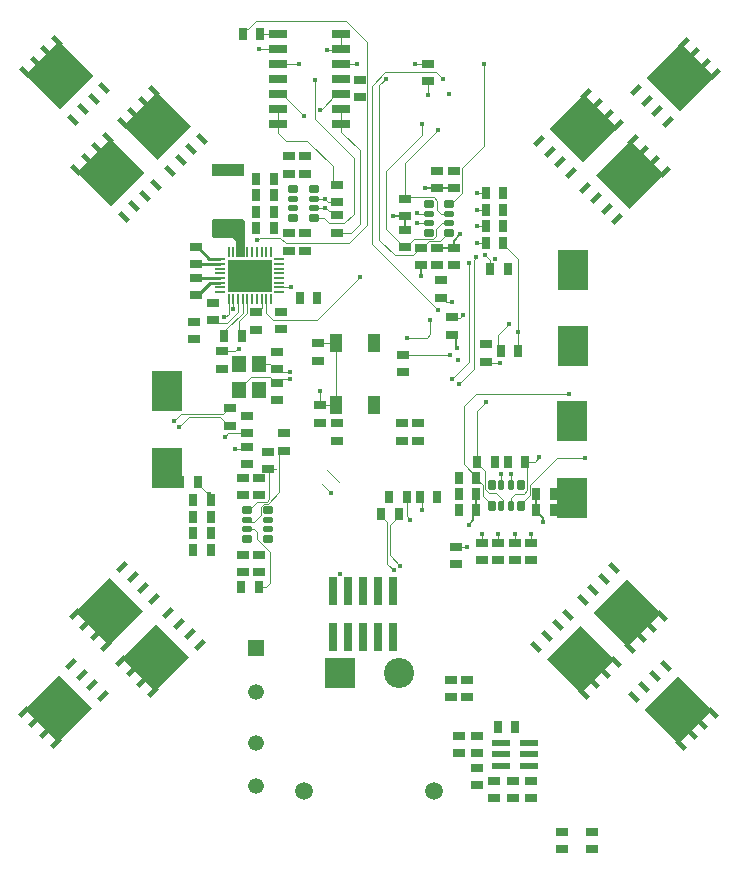
<source format=gbl>
G04*
G04 #@! TF.GenerationSoftware,Altium Limited,Altium Designer,25.8.1 (18)*
G04*
G04 Layer_Physical_Order=4*
G04 Layer_Color=16711680*
%FSLAX44Y44*%
%MOMM*%
G71*
G04*
G04 #@! TF.SameCoordinates,A8D3B3E1-CBBC-48C7-8EAF-3341E4FBDCCF*
G04*
G04*
G04 #@! TF.FilePolarity,Positive*
G04*
G01*
G75*
%ADD11C,0.2000*%
%ADD12C,0.2540*%
%ADD22R,0.9061X0.1925*%
%ADD23R,1.0000X0.8000*%
%ADD24R,1.5000X0.6500*%
%ADD25R,0.1925X0.9061*%
%ADD26R,0.8000X1.0000*%
%ADD27R,2.6700X1.0700*%
%ADD30R,0.7600X2.4000*%
%ADD31R,2.5000X3.5000*%
G04:AMPARAMS|DCode=33|XSize=0.9mm|YSize=0.61mm|CornerRadius=0.1525mm|HoleSize=0mm|Usage=FLASHONLY|Rotation=0.000|XOffset=0mm|YOffset=0mm|HoleType=Round|Shape=RoundedRectangle|*
%AMROUNDEDRECTD33*
21,1,0.9000,0.3050,0,0,0.0*
21,1,0.5950,0.6100,0,0,0.0*
1,1,0.3050,0.2975,-0.1525*
1,1,0.3050,-0.2975,-0.1525*
1,1,0.3050,-0.2975,0.1525*
1,1,0.3050,0.2975,0.1525*
%
%ADD33ROUNDEDRECTD33*%
G04:AMPARAMS|DCode=34|XSize=0.9mm|YSize=0.53mm|CornerRadius=0.1325mm|HoleSize=0mm|Usage=FLASHONLY|Rotation=0.000|XOffset=0mm|YOffset=0mm|HoleType=Round|Shape=RoundedRectangle|*
%AMROUNDEDRECTD34*
21,1,0.9000,0.2650,0,0,0.0*
21,1,0.6350,0.5300,0,0,0.0*
1,1,0.2650,0.3175,-0.1325*
1,1,0.2650,-0.3175,-0.1325*
1,1,0.2650,-0.3175,0.1325*
1,1,0.2650,0.3175,0.1325*
%
%ADD34ROUNDEDRECTD34*%
G04:AMPARAMS|DCode=36|XSize=1.016mm|YSize=0.4572mm|CornerRadius=0mm|HoleSize=0mm|Usage=FLASHONLY|Rotation=225.000|XOffset=0mm|YOffset=0mm|HoleType=Round|Shape=Rectangle|*
%AMROTATEDRECTD36*
4,1,4,0.1976,0.5209,0.5209,0.1976,-0.1976,-0.5209,-0.5209,-0.1976,0.1976,0.5209,0.0*
%
%ADD36ROTATEDRECTD36*%

G04:AMPARAMS|DCode=38|XSize=1.016mm|YSize=0.4572mm|CornerRadius=0mm|HoleSize=0mm|Usage=FLASHONLY|Rotation=135.000|XOffset=0mm|YOffset=0mm|HoleType=Round|Shape=Rectangle|*
%AMROTATEDRECTD38*
4,1,4,0.5209,-0.1976,0.1976,-0.5209,-0.5209,0.1976,-0.1976,0.5209,0.5209,-0.1976,0.0*
%
%ADD38ROTATEDRECTD38*%

G04:AMPARAMS|DCode=41|XSize=0.9mm|YSize=0.61mm|CornerRadius=0.1525mm|HoleSize=0mm|Usage=FLASHONLY|Rotation=90.000|XOffset=0mm|YOffset=0mm|HoleType=Round|Shape=RoundedRectangle|*
%AMROUNDEDRECTD41*
21,1,0.9000,0.3050,0,0,90.0*
21,1,0.5950,0.6100,0,0,90.0*
1,1,0.3050,0.1525,0.2975*
1,1,0.3050,0.1525,-0.2975*
1,1,0.3050,-0.1525,-0.2975*
1,1,0.3050,-0.1525,0.2975*
%
%ADD41ROUNDEDRECTD41*%
G04:AMPARAMS|DCode=42|XSize=0.9mm|YSize=0.53mm|CornerRadius=0.1325mm|HoleSize=0mm|Usage=FLASHONLY|Rotation=90.000|XOffset=0mm|YOffset=0mm|HoleType=Round|Shape=RoundedRectangle|*
%AMROUNDEDRECTD42*
21,1,0.9000,0.2650,0,0,90.0*
21,1,0.6350,0.5300,0,0,90.0*
1,1,0.2650,0.1325,0.3175*
1,1,0.2650,0.1325,-0.3175*
1,1,0.2650,-0.1325,-0.3175*
1,1,0.2650,-0.1325,0.3175*
%
%ADD42ROUNDEDRECTD42*%
%ADD49R,3.8000X2.8000*%
%ADD69P,0.1796X4X270.0*%
%ADD70P,0.1796X4X180.0*%
%ADD71C,0.1000*%
%ADD72C,2.5500*%
%ADD73C,1.3370*%
%ADD74R,1.3370X1.3370*%
%ADD75R,2.5500X2.5500*%
%ADD76C,1.5080*%
%ADD77C,0.4500*%
%ADD78R,1.5748X0.5588*%
%ADD79R,1.0000X1.5500*%
%ADD80R,1.2000X1.4000*%
G36*
X-191380Y-184216D02*
X-220297Y-213132D01*
X-248674Y-184754D01*
X-219758Y-155838D01*
X-191380Y-184216D01*
D02*
G37*
G36*
X-152126Y-223470D02*
X-181042Y-252386D01*
X-209420Y-224009D01*
X-180504Y-195092D01*
X-152126Y-223470D01*
D02*
G37*
G36*
X-234375Y-266704D02*
X-263291Y-295621D01*
X-291669Y-267243D01*
X-262752Y-238327D01*
X-234375Y-266704D01*
D02*
G37*
G36*
X247264Y-186191D02*
X218887Y-214569D01*
X189970Y-185652D01*
X218348Y-157275D01*
X247264Y-186191D01*
D02*
G37*
G36*
X208010Y-225445D02*
X179632Y-253823D01*
X150716Y-224906D01*
X179093Y-196529D01*
X208010Y-225445D01*
D02*
G37*
G36*
X290499Y-268440D02*
X262121Y-296817D01*
X233205Y-267901D01*
X261582Y-239523D01*
X290499Y-268440D01*
D02*
G37*
G36*
X-233225Y269111D02*
X-261603Y240733D01*
X-290520Y269650D01*
X-262142Y298027D01*
X-233225Y269111D01*
D02*
G37*
G36*
X-150737Y226117D02*
X-179114Y197739D01*
X-208030Y226655D01*
X-179653Y255033D01*
X-150737Y226117D01*
D02*
G37*
G36*
X-189991Y186863D02*
X-218368Y158485D01*
X-247285Y187401D01*
X-218907Y215779D01*
X-189991Y186863D01*
D02*
G37*
G36*
X-105719Y146963D02*
X-105147Y146391D01*
X-104838Y145644D01*
Y145240D01*
Y125335D01*
X-104990D01*
Y115918D01*
X-105031Y115819D01*
X-105389Y115461D01*
X-105855Y115268D01*
X-111949D01*
X-112415Y115461D01*
X-112773Y115819D01*
X-112966Y116285D01*
Y116538D01*
Y127460D01*
X-113039Y128203D01*
X-113608Y129577D01*
X-114659Y130628D01*
X-116033Y131197D01*
X-116776Y131270D01*
X-129623D01*
X-131304Y131966D01*
X-132590Y133252D01*
X-133286Y134933D01*
Y135842D01*
Y145748D01*
Y146051D01*
X-133054Y146611D01*
X-132625Y147040D01*
X-132065Y147272D01*
X-106466D01*
X-105719Y146963D01*
D02*
G37*
G36*
X292499Y267963D02*
X263583Y239047D01*
X235205Y267424D01*
X264121Y296341D01*
X292499Y267963D01*
D02*
G37*
G36*
X210251Y224729D02*
X181334Y195812D01*
X152957Y224190D01*
X181873Y253106D01*
X210251Y224729D01*
D02*
G37*
G36*
X249505Y185474D02*
X220588Y156558D01*
X192211Y184935D01*
X221127Y213852D01*
X249505Y185474D01*
D02*
G37*
D11*
X71628Y129286D02*
X77216Y134874D01*
X73850Y39587D02*
X74660Y38777D01*
X73850Y39587D02*
Y46800D01*
X74660Y38100D02*
Y38777D01*
X147066Y-108966D02*
Y-105419D01*
X141492Y-99845D02*
X147066Y-105419D01*
X90914Y-98845D02*
Y-85129D01*
X141492Y-99845D02*
Y-98845D01*
Y-85129D01*
X87914Y-107412D02*
Y-101845D01*
X90914Y-98845D01*
X84328Y-110998D02*
X87914Y-107412D01*
X57912Y173736D02*
X71628D01*
X46990D02*
X57912D01*
X71628Y123158D02*
Y129286D01*
X57912Y123158D02*
X71628D01*
X30226Y150114D02*
X30480Y149860D01*
Y138652D02*
Y149860D01*
X44196Y99060D02*
Y108458D01*
X20320Y150114D02*
X30226D01*
X70850Y49800D02*
X73850Y46800D01*
X69850Y49800D02*
X70850D01*
D12*
X-135142Y113774D02*
X-126058D01*
X-145240Y123872D02*
X-135142Y113774D01*
X-144938Y97980D02*
X-144700Y97742D01*
X-126090D01*
X-146240Y97980D02*
X-144938D01*
X-134746Y93774D02*
X-126058D01*
X-145240Y83280D02*
X-134746Y93774D01*
X-145638Y109774D02*
X-126058D01*
D22*
Y89774D02*
D03*
Y101774D02*
D03*
Y85774D02*
D03*
Y105774D02*
D03*
Y113774D02*
D03*
Y97774D02*
D03*
X-75998Y85774D02*
D03*
Y89774D02*
D03*
Y93774D02*
D03*
Y97774D02*
D03*
Y101774D02*
D03*
Y105774D02*
D03*
Y109774D02*
D03*
Y113774D02*
D03*
X-126058Y109774D02*
D03*
Y93774D02*
D03*
D23*
X-72136Y-48514D02*
D03*
Y-33814D02*
D03*
X-92952Y-136478D02*
D03*
X-85344Y-49292D02*
D03*
X-92952Y-85900D02*
D03*
X-103326Y-19174D02*
D03*
X-106668Y-136478D02*
D03*
Y-85900D02*
D03*
X188976Y-386064D02*
D03*
X163576Y-386064D02*
D03*
X121570Y-342630D02*
D03*
X137160D02*
D03*
X105918Y-342630D02*
D03*
X91186Y-331540D02*
D03*
X83312Y-257286D02*
D03*
X57912Y173736D02*
D03*
X71628D02*
D03*
X30480Y149860D02*
D03*
X-8048Y250800D02*
D03*
X57912Y123158D02*
D03*
X71628D02*
D03*
X44196Y108458D02*
D03*
X30480Y138652D02*
D03*
X-132524Y76644D02*
D03*
X-148526Y60642D02*
D03*
X69850Y49800D02*
D03*
X41132Y-25162D02*
D03*
X28956Y18050D02*
D03*
X28178Y-25162D02*
D03*
X73166Y-144549D02*
D03*
X76454Y-304598D02*
D03*
X69342Y-257286D02*
D03*
X-74930Y54626D02*
D03*
X-78000Y35274D02*
D03*
X-42926Y27702D02*
D03*
X-124206Y21098D02*
D03*
X-27500Y-25162D02*
D03*
X-78000Y-5556D02*
D03*
X-103326Y-59766D02*
D03*
Y-45066D02*
D03*
X-106668Y-71200D02*
D03*
X-85344Y-63992D02*
D03*
X-117765Y-12556D02*
D03*
Y-27256D02*
D03*
X-103326Y-33874D02*
D03*
X-106668Y-151178D02*
D03*
X-92952D02*
D03*
Y-71200D02*
D03*
X-146240Y123872D02*
D03*
X137160Y-327930D02*
D03*
X121570Y-327930D02*
D03*
X105918Y-327930D02*
D03*
X-146240Y97980D02*
D03*
Y109172D02*
D03*
Y83280D02*
D03*
X-8048Y265500D02*
D03*
X-68008Y186134D02*
D03*
Y200834D02*
D03*
X-54292Y135572D02*
D03*
Y120872D02*
D03*
Y186150D02*
D03*
Y200850D02*
D03*
X-68008Y135556D02*
D03*
Y120856D02*
D03*
X-26844Y162170D02*
D03*
Y176870D02*
D03*
Y150946D02*
D03*
Y136246D02*
D03*
X-124206Y35798D02*
D03*
X-95440Y54086D02*
D03*
Y68786D02*
D03*
X-132524Y61944D02*
D03*
X-74930Y69326D02*
D03*
X-148526Y45942D02*
D03*
X61214Y95742D02*
D03*
X137158Y-140993D02*
D03*
X83312Y-242586D02*
D03*
X91186Y-289932D02*
D03*
X69342Y-242586D02*
D03*
X76454Y-289898D02*
D03*
X41132Y-39862D02*
D03*
X-27500Y-39862D02*
D03*
X-41910Y-24876D02*
D03*
X137158Y-126293D02*
D03*
X123188Y-140993D02*
D03*
Y-126293D02*
D03*
X95248Y-140993D02*
D03*
Y-126293D02*
D03*
X109218Y-140993D02*
D03*
Y-126293D02*
D03*
X73166Y-129849D02*
D03*
X28178Y-39862D02*
D03*
X188976Y-371364D02*
D03*
X163576D02*
D03*
X30480Y123952D02*
D03*
X61214Y81042D02*
D03*
X69850Y64500D02*
D03*
X99060Y41640D02*
D03*
Y26940D02*
D03*
X28956Y32750D02*
D03*
X-78000Y20574D02*
D03*
X-42926Y42402D02*
D03*
X-78000Y9144D02*
D03*
X91186Y-304632D02*
D03*
Y-316840D02*
D03*
X-41910Y-10176D02*
D03*
X49618Y278960D02*
D03*
X49618Y264260D02*
D03*
X30480Y164560D02*
D03*
X44196Y123158D02*
D03*
X71628Y188436D02*
D03*
X57912D02*
D03*
Y108458D02*
D03*
X71628Y108458D02*
D03*
D24*
X-77402Y265974D02*
D03*
Y304074D02*
D03*
Y291374D02*
D03*
Y253274D02*
D03*
Y240574D02*
D03*
Y227874D02*
D03*
X-23402D02*
D03*
Y240574D02*
D03*
Y253274D02*
D03*
Y278674D02*
D03*
Y291374D02*
D03*
Y304074D02*
D03*
Y265974D02*
D03*
X-77402Y278674D02*
D03*
D25*
X-95028Y119804D02*
D03*
Y79744D02*
D03*
X-103028Y119804D02*
D03*
X-119028D02*
D03*
X-115028D02*
D03*
X-99028Y79744D02*
D03*
X-119028D02*
D03*
X-107028Y119804D02*
D03*
X-111028D02*
D03*
X-83028D02*
D03*
X-87028D02*
D03*
X-91028D02*
D03*
X-99028D02*
D03*
X-115028Y79744D02*
D03*
X-111028D02*
D03*
X-107028D02*
D03*
X-103028D02*
D03*
X-91028D02*
D03*
X-87028D02*
D03*
X-83028D02*
D03*
D26*
X-108188Y-163830D02*
D03*
X117332Y105410D02*
D03*
X-159952Y-75292D02*
D03*
X141492Y-85129D02*
D03*
X117616Y-57697D02*
D03*
X106408D02*
D03*
X141492Y-98845D02*
D03*
X90914Y-85129D02*
D03*
X76214Y-71413D02*
D03*
X90914Y-98845D02*
D03*
X-44212Y80772D02*
D03*
X17048Y-87923D02*
D03*
X-148816Y-118174D02*
D03*
X-134116D02*
D03*
X-148816Y-90234D02*
D03*
X-134116D02*
D03*
X-148816Y-104204D02*
D03*
X-134116D02*
D03*
X-145252Y-75292D02*
D03*
X-134116Y-132144D02*
D03*
X-148816D02*
D03*
X-93488Y-163830D02*
D03*
X-58912Y80772D02*
D03*
X-95424Y153860D02*
D03*
X-80724D02*
D03*
X-95408Y167830D02*
D03*
X-80708D02*
D03*
X-95424Y181800D02*
D03*
X-80724D02*
D03*
X-95424Y139890D02*
D03*
X-80724D02*
D03*
X-92154Y304074D02*
D03*
X-106854D02*
D03*
X-122602Y48466D02*
D03*
X-107902D02*
D03*
X113776Y169402D02*
D03*
X57640Y-87923D02*
D03*
X10430Y-102362D02*
D03*
X25130D02*
D03*
X156192Y-85129D02*
D03*
X90914Y-71413D02*
D03*
X76214Y-85129D02*
D03*
X132316Y-57697D02*
D03*
X91708D02*
D03*
X76214Y-98845D02*
D03*
X156192D02*
D03*
X42940Y-87923D02*
D03*
X31748D02*
D03*
X113776Y141462D02*
D03*
X113776Y155432D02*
D03*
X113776Y127492D02*
D03*
X126222Y36068D02*
D03*
X111522D02*
D03*
X102632Y105410D02*
D03*
X99076Y155432D02*
D03*
Y127492D02*
D03*
X99076Y141462D02*
D03*
X123936Y-282194D02*
D03*
X109236D02*
D03*
X99076Y169402D02*
D03*
D27*
X-119316Y188776D02*
D03*
Y141176D02*
D03*
D30*
X7657Y-206488D02*
D03*
X-5043Y-206488D02*
D03*
X-30443Y-206488D02*
D03*
X20357Y-206488D02*
D03*
Y-167488D02*
D03*
X7657Y-167488D02*
D03*
X-5043D02*
D03*
X-17743Y-206488D02*
D03*
Y-167488D02*
D03*
X-30443D02*
D03*
D31*
X-170688Y-62980D02*
D03*
Y2020D02*
D03*
X172466Y39890D02*
D03*
X171450Y-23646D02*
D03*
X172466Y104890D02*
D03*
X171450Y-88646D02*
D03*
D33*
X-85372Y-98662D02*
D03*
Y-123462D02*
D03*
X-103072D02*
D03*
Y-98662D02*
D03*
X-64412Y148316D02*
D03*
Y173116D02*
D03*
X-46712D02*
D03*
Y148316D02*
D03*
X68032Y135920D02*
D03*
Y160720D02*
D03*
X50332D02*
D03*
Y135920D02*
D03*
D34*
X-85372Y-107062D02*
D03*
Y-115062D02*
D03*
X-103072D02*
D03*
Y-107062D02*
D03*
X-64412Y156716D02*
D03*
Y164716D02*
D03*
X-46712D02*
D03*
Y156716D02*
D03*
X68032Y144320D02*
D03*
X68032Y152320D02*
D03*
X50332D02*
D03*
Y144320D02*
D03*
D36*
X-210138Y-226164D02*
D03*
X-201158Y-235144D02*
D03*
X-192178Y-244124D02*
D03*
X-183198Y-253105D02*
D03*
X-292387Y-269398D02*
D03*
X-283407Y-278379D02*
D03*
X-274426Y-287359D02*
D03*
X-265446Y-296339D02*
D03*
X-249393Y-186910D02*
D03*
X-240412Y-195890D02*
D03*
X-231432Y-204870D02*
D03*
X-222452Y-213850D02*
D03*
X-191201Y-164639D02*
D03*
X-200181Y-155658D02*
D03*
X-209161Y-146678D02*
D03*
X226045Y256828D02*
D03*
X183051Y174339D02*
D03*
X223283Y214570D02*
D03*
X232263Y205590D02*
D03*
X241243Y196610D02*
D03*
X250223Y187630D02*
D03*
X184028Y253825D02*
D03*
X193009Y244844D02*
D03*
X201989Y235864D02*
D03*
X210969Y226884D02*
D03*
X266277Y297059D02*
D03*
X275257Y288079D02*
D03*
X284237Y279099D02*
D03*
X293218Y270118D02*
D03*
X143797Y213593D02*
D03*
X-182220Y-173619D02*
D03*
X-225215Y-256108D02*
D03*
X-234195Y-247127D02*
D03*
X-243175Y-238147D02*
D03*
X-252155Y-229167D02*
D03*
X-142966Y-212873D02*
D03*
X-151946Y-203893D02*
D03*
X-160927Y-194912D02*
D03*
X-169907Y-185932D02*
D03*
X235026Y247847D02*
D03*
X244006Y238867D02*
D03*
X252986Y229887D02*
D03*
X152777Y204613D02*
D03*
X161757Y195632D02*
D03*
X170737Y186652D02*
D03*
X192031Y165359D02*
D03*
X201011Y156378D02*
D03*
X209992Y147398D02*
D03*
D38*
X-221062Y216497D02*
D03*
X-230043Y207517D02*
D03*
X-239023Y198537D02*
D03*
X-248003Y189556D02*
D03*
X-207772Y149325D02*
D03*
X-198791Y158305D02*
D03*
X-189811Y167285D02*
D03*
X-180831Y176266D02*
D03*
X-264297Y298746D02*
D03*
X-273277Y289765D02*
D03*
X-282258Y280785D02*
D03*
X-291238Y271805D02*
D03*
X-251006Y231573D02*
D03*
X-242026Y240553D02*
D03*
X-233046Y249534D02*
D03*
X-224065Y258514D02*
D03*
X-181808Y255751D02*
D03*
X-190788Y246771D02*
D03*
X-199769Y237791D02*
D03*
X-208749Y228811D02*
D03*
X-168517Y188579D02*
D03*
X-159537Y197559D02*
D03*
X-150557Y206539D02*
D03*
X-141577Y215520D02*
D03*
X159516Y-196349D02*
D03*
X150536Y-205329D02*
D03*
X141556Y-214310D02*
D03*
X198771Y-157095D02*
D03*
X189790Y-166075D02*
D03*
X180810Y-175056D02*
D03*
X242005Y-239343D02*
D03*
X233025Y-248324D02*
D03*
X224045Y-257304D02*
D03*
X181788Y-254541D02*
D03*
X190768Y-245561D02*
D03*
X199748Y-236581D02*
D03*
X208728Y-227600D02*
D03*
X168497Y-187369D02*
D03*
X264277Y-297535D02*
D03*
X273257Y-288555D02*
D03*
X282237Y-279575D02*
D03*
X291217Y-270595D02*
D03*
X250986Y-230363D02*
D03*
X221042Y-215287D02*
D03*
X230022Y-206307D02*
D03*
X239002Y-197327D02*
D03*
X247983Y-188346D02*
D03*
X207751Y-148115D02*
D03*
D41*
X103676Y-77549D02*
D03*
X128476D02*
D03*
Y-95249D02*
D03*
X103676D02*
D03*
D42*
X112076Y-77549D02*
D03*
X120076D02*
D03*
Y-95249D02*
D03*
X112076D02*
D03*
D49*
X-101028Y99774D02*
D03*
D69*
X-194513Y-219518D02*
D03*
X-276761Y-262753D02*
D03*
X-233767Y-180264D02*
D03*
X234598Y180984D02*
D03*
X195343Y220238D02*
D03*
X277592Y263473D02*
D03*
D70*
X-214417Y200872D02*
D03*
X-257652Y283120D02*
D03*
X-175163Y240126D02*
D03*
X175142Y-238916D02*
D03*
X257631Y-281910D02*
D03*
X214396Y-199661D02*
D03*
D71*
X13970Y139462D02*
Y188214D01*
X34544Y208788D01*
X13970Y139462D02*
X29480Y123952D01*
X100346Y25654D02*
X110744D01*
X-89024Y-93536D02*
X-85876D01*
X-76200Y-83860D01*
X-72700Y-48514D02*
X-72136D01*
X-76200Y-52014D02*
X-72700Y-48514D01*
X-76200Y-83860D02*
Y-52014D01*
X-94496Y-91536D02*
X-86705D01*
X-84836Y-89667D01*
X-85344Y-63992D02*
X-84836Y-64500D01*
Y-89667D02*
Y-64500D01*
X-136106Y-85438D02*
X-135280D01*
X-119566Y-33874D02*
X-103326D01*
X-91936Y-96448D02*
X-89024Y-93536D01*
X-91936Y-102721D02*
Y-96448D01*
X-97658Y-108443D02*
X-91936Y-102721D01*
X-101691Y-108443D02*
X-97658D01*
X-85344Y-63992D02*
X-79010D01*
X-101622Y-98662D02*
X-94496Y-91536D01*
X-103072Y-98662D02*
X-101622D01*
X-39519Y-76308D02*
X-31913Y-83914D01*
X-94685Y-123623D02*
X-84074Y-134235D01*
X-87122Y-163830D02*
X-84074Y-160782D01*
Y-134235D01*
X-93488Y-163830D02*
X-87122D01*
X-94685Y-123623D02*
Y-117449D01*
X-97072Y-115062D02*
X-94685Y-117449D01*
X-103072Y-115062D02*
X-97072D01*
X-103072D02*
X-103072D01*
X-145197Y-76347D02*
X-136106Y-85438D01*
X-145197Y-76347D02*
Y-75347D01*
X-152334Y-19652D02*
X-126369D01*
X-159453Y-17652D02*
X-123861D01*
X-165263Y-23462D02*
X-159453Y-17652D01*
X-161238Y-28556D02*
X-152334Y-19652D01*
X-123861Y-17652D02*
X-118765Y-12556D01*
X-126369Y-19652D02*
X-118765Y-27256D01*
X-122376Y-36684D02*
X-119566Y-33874D01*
X-113740Y-47098D02*
X-105358D01*
X-35469Y-65118D02*
X-25817Y-74770D01*
X80518Y-60017D02*
Y-10414D01*
X17526Y-136931D02*
X26430Y-145835D01*
X80518Y-10414D02*
X90170Y-762D01*
X80518Y-60017D02*
X90914Y-70413D01*
X-27938Y-9994D02*
Y42506D01*
X70612Y12446D02*
X84896Y26730D01*
X88646Y20320D02*
Y112980D01*
X75946Y7620D02*
X88646Y20320D01*
X112076Y-77549D02*
Y-67921D01*
X44972Y-98337D02*
Y-89955D01*
X31748Y-104163D02*
Y-87923D01*
X17526Y-110966D02*
X25130Y-103362D01*
X17526Y-136931D02*
Y-110966D01*
X15526Y-144050D02*
Y-108458D01*
Y-144050D02*
X21336Y-149860D01*
X-119028Y67365D02*
Y79744D01*
X-121925Y64468D02*
X-119028Y67365D01*
X-122872Y64468D02*
X-121925D01*
X-43688Y62230D02*
X-7366Y98552D01*
X-86999Y67949D02*
X-81280Y62230D01*
X-43688D01*
X-86999Y67949D02*
Y79715D01*
X-87028Y79744D02*
X-86999Y79715D01*
X-111437Y37846D02*
X-110490D01*
X-113485Y35798D02*
X-111437Y37846D01*
X-124206Y35798D02*
X-113485D01*
X2286Y260604D02*
X13810Y272128D01*
X2286Y126746D02*
Y260604D01*
X-107028Y68374D02*
Y79744D01*
X-121022Y54380D02*
X-107028Y68374D01*
X-121022Y50046D02*
Y54380D01*
X-111028Y68946D02*
Y79744D01*
X-120332Y59642D02*
X-111028Y68946D01*
X-129476Y59642D02*
X-120332D01*
X-115013Y71087D02*
Y79729D01*
Y71087D02*
X-114998Y71072D01*
X-75904Y89868D02*
X-66230D01*
X-77318Y278590D02*
X-59118D01*
X-1714Y142192D02*
Y226774D01*
X-16700Y127206D02*
X-1714Y142192D01*
X-95508Y315420D02*
X-19748D01*
X-92342Y131464D02*
X-75037D01*
X-94678Y129492D02*
X-94314D01*
X-92342Y131464D01*
X-75037D02*
X-70779Y127206D01*
X-16700D01*
X-19748Y315420D02*
X-1714Y297386D01*
X-1714Y226774D02*
X-1714Y297386D01*
X-103354Y308574D02*
X-102354D01*
X-95508Y315420D01*
X-103028Y68310D02*
Y79744D01*
X-109918Y61420D02*
X-103028Y68310D01*
X-109918Y50482D02*
Y61420D01*
X-91028Y72286D02*
Y79744D01*
X-92154Y304074D02*
X-77402D01*
X-37149Y164781D02*
X-37084Y164846D01*
X-46647Y164781D02*
X-37149D01*
X-46711Y156717D02*
X-37085D01*
X-38058Y148316D02*
X-33712Y143970D01*
X-46712Y148316D02*
X-38058D01*
X-45998Y232011D02*
X-12950Y198963D01*
X-52260Y213566D02*
X-30924Y192230D01*
X-23402Y221746D02*
Y227874D01*
Y221746D02*
X-7810Y206154D01*
X-23402Y227874D02*
X-23402Y240574D01*
X-41172Y240320D02*
X-40606D01*
X-70682Y213566D02*
X-52260D01*
X-77402Y220286D02*
X-70682Y213566D01*
X-77402Y220286D02*
Y227874D01*
X-93496Y291374D02*
X-77402Y291374D01*
X-35584Y291120D02*
X-23656D01*
X-23232Y278844D02*
X-10350Y278844D01*
X-23402Y291374D02*
X-23402Y304074D01*
X-40606Y240320D02*
X-27652Y253274D01*
X-15026Y136246D02*
X-7810Y143462D01*
X-12950Y152038D02*
Y198963D01*
X-30924Y180370D02*
Y192230D01*
X-36325Y156718D02*
X-34053Y154446D01*
X-7810Y143462D02*
Y206154D01*
X-26844Y136246D02*
X-15026D01*
X-21018Y143970D02*
X-12950Y152038D01*
X-33712Y143970D02*
X-21018D01*
X-34408Y162170D02*
X-26844D01*
X-34053Y154446D02*
X-30344D01*
X-70132Y250488D02*
X-54800Y235156D01*
X-77402Y227874D02*
Y240574D01*
X-45998Y232011D02*
Y265466D01*
X-37084Y164846D02*
X-34408Y162170D01*
X-37084Y156718D02*
X-36325D01*
X-37085Y156717D02*
X-37084Y156718D01*
X10430Y-103362D02*
X15526Y-108458D01*
X8636Y130302D02*
Y261112D01*
X13970Y266446D01*
X13810Y272128D02*
X56802D01*
X2286Y126746D02*
X58166Y70866D01*
X8636Y130302D02*
X21844Y117094D01*
X37132D01*
X-99788Y13970D02*
X-83826D01*
X-109964Y3794D02*
X-99788Y13970D01*
X-109964Y2794D02*
Y3794D01*
X-92964Y24794D02*
Y25224D01*
X-79000Y20574D02*
X-78000D01*
X-83650Y25224D02*
X-79000Y20574D01*
X-92964Y25224D02*
X-83650D01*
X-79000Y9144D02*
X-78000D01*
X-83826Y13970D02*
X-79000Y9144D01*
X-41910Y-10176D02*
X-41656Y-9922D01*
Y1778D01*
X-28042Y42402D02*
X-27938Y42506D01*
X-42926Y42402D02*
X-28042D01*
X-41910Y-10176D02*
X-41728Y-9994D01*
X-27938D01*
X10430Y-103362D02*
Y-102362D01*
X25130Y-103362D02*
Y-102362D01*
X91708Y-57697D02*
Y-14464D01*
X99314Y-6858D01*
X90170Y-762D02*
X169672D01*
X135992Y-77368D02*
X158750Y-54610D01*
X182626D01*
X132316Y-57697D02*
X140677D01*
X144272Y-54102D01*
X102632Y105410D02*
Y112760D01*
X98298Y117094D02*
X102632Y112760D01*
X30480Y164560D02*
Y194818D01*
X58420Y222758D01*
X30480Y164560D02*
X32020Y166100D01*
X37132Y117094D02*
X43196Y123158D01*
X44196D01*
X44452Y218696D02*
Y227582D01*
X34544Y208788D02*
X44452Y218696D01*
X29480Y123952D02*
X30480D01*
X78740Y191262D02*
X97116Y209638D01*
X78740Y169727D02*
Y191262D01*
X69733Y160720D02*
X78740Y169727D01*
X68032Y160720D02*
X69733D01*
X44196Y123158D02*
X44942D01*
X39204Y278722D02*
X49380Y278722D01*
X49618Y278960D01*
X56802Y272128D02*
X62738Y266192D01*
X64714Y77542D02*
X69778D01*
X69850Y77470D01*
X61214Y81042D02*
X64714Y77542D01*
X70358Y63992D02*
X76946D01*
X69850Y64500D02*
X70358Y63992D01*
X76946D02*
X79756Y66802D01*
X84896Y26730D02*
Y110565D01*
X88646Y112980D02*
X90678Y115012D01*
Y115316D01*
X90914Y-71413D02*
Y-70413D01*
X73166Y-129849D02*
X73221Y-129794D01*
X83312D01*
X137160Y-126291D02*
Y-118811D01*
X123190Y-126291D02*
Y-118811D01*
X109220Y-126291D02*
Y-118811D01*
X95250Y-126291D02*
Y-118811D01*
X95248Y-126293D02*
X95250Y-126291D01*
X107735Y-84113D02*
X113457Y-89835D01*
X112076Y-95249D02*
X113457Y-93868D01*
X101462Y-84113D02*
X107735D01*
X113457Y-93868D02*
Y-89835D01*
X135992Y-86283D02*
Y-77368D01*
X99060Y26940D02*
X100346Y25654D01*
X120076Y-68049D02*
X120204Y-67921D01*
X91708Y-58697D02*
X98550Y-65539D01*
X96550Y-86939D02*
X103676Y-94065D01*
X98550Y-81201D02*
X101462Y-84113D01*
X98550Y-81201D02*
Y-65539D01*
X31748Y-104163D02*
X34558Y-106973D01*
X131062Y-84875D02*
X133856Y-82081D01*
X123442Y-84875D02*
X131062D01*
X120076Y-95249D02*
Y-88241D01*
X128476Y-93799D02*
X135992Y-86283D01*
X90914Y-72159D02*
X96550Y-77795D01*
X120076Y-77549D02*
Y-68049D01*
Y-88241D02*
X123442Y-84875D01*
X133856Y-82081D02*
Y-59237D01*
X96550Y-86939D02*
Y-77795D01*
X109220Y49276D02*
X118618Y58674D01*
X126492Y36338D02*
Y113776D01*
X113776Y126492D02*
X126492Y113776D01*
X109220Y38370D02*
X111522Y36068D01*
X109220Y38370D02*
Y49276D01*
X126238Y36084D02*
X126492Y36338D01*
X113776Y126492D02*
Y127492D01*
X29194Y32512D02*
X68834D01*
X28956Y32750D02*
X29194Y32512D01*
X51816Y50292D02*
Y62230D01*
X48768Y47244D02*
X51816Y50292D01*
X32512Y47244D02*
X48768D01*
X97116Y209638D02*
Y278976D01*
X91610Y127492D02*
X99076D01*
X91610Y169402D02*
X99076D01*
X91610Y155432D02*
X99076D01*
X91594Y141478D02*
X99060D01*
X99076Y141462D01*
X44452Y227582D02*
X44792Y227922D01*
X49618Y253068D02*
X49618Y264260D01*
X40704Y144320D02*
X50332D01*
X40704Y152448D02*
X40832Y152320D01*
X50332D01*
X54864Y166100D02*
X57658Y163306D01*
X32020Y166100D02*
X54864D01*
X57658Y155686D02*
Y163306D01*
Y155686D02*
X61024Y152320D01*
X68032D01*
X30480Y123952D02*
X31480D01*
X56896Y139430D02*
X61786Y144320D01*
X68032D01*
X56896Y133706D02*
Y139430D01*
X38322Y130794D02*
X53984D01*
X56896Y133706D01*
X31480Y123952D02*
X38322Y130794D01*
X59722Y128794D02*
X66848Y135920D01*
X68032D01*
X50578Y128794D02*
X59722D01*
X44942Y123158D02*
X50578Y128794D01*
X-75460Y18034D02*
X-67310D01*
X-78000Y20574D02*
X-75460Y18034D01*
X-75305Y11839D02*
X-67052D01*
X-78000Y9144D02*
X-75305Y11839D01*
D72*
X25000Y-236550D02*
D03*
D73*
X-96012Y-295730D02*
D03*
Y-332730D02*
D03*
Y-252730D02*
D03*
D74*
Y-215730D02*
D03*
D75*
X-25000Y-236550D02*
D03*
D76*
X55000Y-336550D02*
D03*
X-55000D02*
D03*
D77*
X110744Y25654D02*
D03*
X-24384Y-152908D02*
D03*
X-135280Y-85438D02*
D03*
X-31913Y-83914D02*
D03*
X106680Y113792D02*
D03*
X77216Y134874D02*
D03*
X75692Y27940D02*
D03*
X74660Y38100D02*
D03*
X147066Y-108966D02*
D03*
X84328Y-110998D02*
D03*
X67564Y253492D02*
D03*
X46990Y173736D02*
D03*
X44196Y99060D02*
D03*
X20320Y150114D02*
D03*
X-113740Y-47098D02*
D03*
X-122376Y-36684D02*
D03*
X-165263Y-23462D02*
D03*
X-161238Y-28556D02*
D03*
X26430Y-145835D02*
D03*
X112076Y-67921D02*
D03*
X44972Y-98337D02*
D03*
X21336Y-149860D02*
D03*
X-122872Y64468D02*
D03*
X-7366Y98552D02*
D03*
X-110490Y37846D02*
D03*
X-114998Y71072D02*
D03*
X-66230Y89868D02*
D03*
X-59118Y278590D02*
D03*
X-94678Y129492D02*
D03*
X-54800Y235156D02*
D03*
X-37084Y156718D02*
D03*
Y164846D02*
D03*
X-45998Y265466D02*
D03*
X-10350Y278844D02*
D03*
X-35584Y291120D02*
D03*
X-93496Y291374D02*
D03*
X-41172Y240320D02*
D03*
X13970Y266446D02*
D03*
X-41656Y1778D02*
D03*
X99314Y-6858D02*
D03*
X169672Y-762D02*
D03*
X182626Y-54610D02*
D03*
X144272Y-54102D02*
D03*
X39204Y278722D02*
D03*
X62738Y266192D02*
D03*
X58166Y70866D02*
D03*
X69850Y77470D02*
D03*
X84896Y110565D02*
D03*
X83312Y-129794D02*
D03*
X137160Y-118811D02*
D03*
X123190D02*
D03*
X109220D02*
D03*
X95250Y-118811D02*
D03*
X70612Y12446D02*
D03*
X120204Y-67921D02*
D03*
X34558Y-106973D02*
D03*
X75946Y7620D02*
D03*
X118618Y58674D02*
D03*
X126492Y52070D02*
D03*
X90678Y115316D02*
D03*
X98298Y117094D02*
D03*
X79756Y66802D02*
D03*
X68834Y32512D02*
D03*
X51816Y62230D02*
D03*
X58420Y222758D02*
D03*
X91610Y127492D02*
D03*
X91610Y169402D02*
D03*
X91610Y155432D02*
D03*
X91594Y141478D02*
D03*
X32512Y47244D02*
D03*
X49618Y253068D02*
D03*
X40704Y144320D02*
D03*
Y152448D02*
D03*
X44792Y227922D02*
D03*
X97116Y278976D02*
D03*
X-67310Y18034D02*
D03*
X-67052Y11839D02*
D03*
D78*
X135382Y-296164D02*
D03*
Y-315164D02*
D03*
X112014Y-305664D02*
D03*
X112014Y-296164D02*
D03*
X135382Y-305664D02*
D03*
X112014Y-315164D02*
D03*
D79*
X4062Y42506D02*
D03*
Y-9994D02*
D03*
X-27938D02*
D03*
Y42506D02*
D03*
D80*
X-109964Y24794D02*
D03*
X-92964Y2794D02*
D03*
Y24794D02*
D03*
X-109964Y2794D02*
D03*
M02*

</source>
